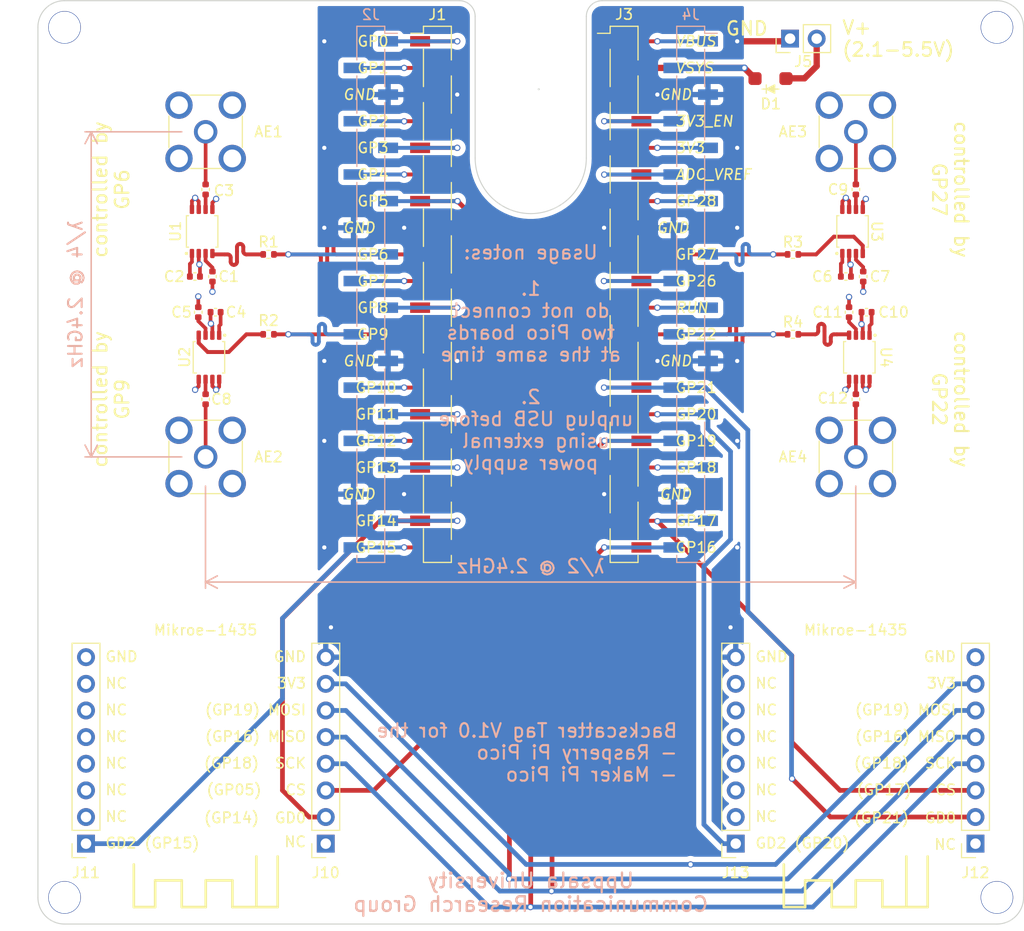
<source format=kicad_pcb>
(kicad_pcb (version 20211014) (generator pcbnew)
  (layers (0 "F.Cu" signal) (1 "In1.Cu" signal) (2 "In2.Cu" signal) (31 "B.Cu" signal) (34 "B.Paste" user) (35 "F.Paste" user) (36 "B.SilkS" user "B.Silkscreen") (37 "F.SilkS" user "F.Silkscreen") (38 "B.Mask" user) (39 "F.Mask" user) (44 "Edge.Cuts" user))
  (net 0 "")
  (net 1 "Net-(AE1-Pad1)")
  (net 2 "GND_IN")
  (net 3 "Net-(AE2-Pad1)")
  (net 4 "Net-(J1-Pad6)")
  (net 5 "CS2")
  (net 6 "Net-(J1-Pad10)")
  (net 7 "Net-(J1-Pad11)")
  (net 8 "GD22")
  (net 9 "GD02")
  (net 10 "GD01")
  (net 11 "GD21")
  (net 12 "Net-(J3-Pad1)")
  (net 13 "VCC")
  (net 14 "Net-(J3-Pad6)")
  (net 15 "Net-(J3-Pad7)")
  (net 16 "Net-(J3-Pad10)")
  (net 17 "Net-(J3-Pad11)")
  (net 18 "MOSI")
  (net 19 "SCK")
  (net 20 "CS1")
  (net 21 "MISO")
  (net 22 "Net-(C1-Pad2)")
  (net 23 "Net-(C2-Pad2)")
  (net 24 "Net-(AE3-Pad1)")
  (net 25 "Net-(AE4-Pad1)")
  (net 26 "Net-(R1-Pad2)")
  (net 27 "Net-(C3-Pad1)")
  (net 28 "Net-(C4-Pad2)")
  (net 29 "Net-(C5-Pad2)")
  (net 30 "Net-(R2-Pad2)")
  (net 31 "Net-(C8-Pad1)")
  (net 32 "Net-(C6-Pad2)")
  (net 33 "Net-(C7-Pad2)")
  (net 34 "Net-(R3-Pad2)")
  (net 35 "Net-(C9-Pad1)")
  (net 36 "Net-(C10-Pad2)")
  (net 37 "Net-(C11-Pad2)")
  (net 38 "Net-(R4-Pad2)")
  (net 39 "Net-(C12-Pad1)")
  (net 40 "Vin")
  (net 41 "CTR1")
  (net 42 "CTR2")
  (net 43 "CTR3")
  (net 44 "CTR4")
  (net 45 "Net-(D1-Pad1)")
  (net 46 "VCC_EN")
  (net 51 "Net-(J1-Pad1)")
  (net 52 "Net-(J1-Pad2)")
  (net 53 "Net-(J1-Pad4)")
  (net 54 "Net-(J1-Pad5)")
  (net 55 "Net-(J1-Pad16)")
  (net 56 "Net-(J1-Pad17)")
  (net 67 "Net-(J1-Pad14)")
  (net 68 "Net-(J1-Pad15)")
  (footprint "Capacitor_SMD:C_0402_1005Metric" (layer "F.Cu") (at 31 -10 90)
    (fp_text reference "C9")
    (fp_text value "330p" hide)
  )
  (footprint "Resistor_SMD:R_0402_1005Metric" (layer "F.Cu") (at 25 -3.81)
    (fp_text reference "R3")
    (fp_text value "1k" hide)
  )
  (footprint "Capacitor_SMD:C_0402_1005Metric" (layer "F.Cu") (at 30.35 1.7 -90)
    (fp_text reference "C11")
    (fp_text value "330p" hide)
  )
  (footprint "Capacitor_SMD:C_0402_1005Metric" (layer "F.Cu") (at 30.05 -1.7 180)
    (fp_text reference "C6")
    (fp_text value "330p" hide)
  )
  (footprint "backscatter:mounting-whole" (layer "F.Cu") (at 44.45 -25.46)
    (fp_text reference "J6" hide)
    (fp_text value "Conn_01x01_Male" hide)
  )
  (footprint "Resistor_SMD:R_0402_1005Metric" (layer "F.Cu") (at -25 -3.81 180)
    (fp_text reference "R1")
    (fp_text value "1k" hide)
  )
  (footprint "Connector_PinHeader_2.54mm:PinHeader_1x02_P2.54mm_Vertical" (layer "F.Cu") (at 24.725 -24.384 90)
    (fp_text reference "J5")
    (fp_text value "Conn_01x02_Male" hide)
  )
  (footprint "Connector_PinSocket_2.54mm:PinSocket_1x08_P2.54mm_Vertical" (layer "F.Cu") (at 19.546 52.376 180)
    (fp_text reference "J13")
    (fp_text value "Conn_01x08_Female" hide)
  )
  (footprint "backscatter:mounting-whole" (layer "F.Cu") (at -44.45 -25.46)
    (fp_text reference "J7" hide)
    (fp_text value "Conn_01x01_Male" hide)
  )
  (footprint "Connector_PinSocket_2.54mm:PinSocket_1x08_P2.54mm_Vertical" (layer "F.Cu") (at 42.406 52.376 180)
    (fp_text reference "J12")
    (fp_text value "Conn_01x08_Female" hide)
  )
  (footprint "Connector_PinSocket_2.54mm:PinSocket_1x20_P2.54mm_Vertical_SMD_Pin1Left" (layer "F.Cu") (at 8.9 0)
    (fp_text reference "J3")
    (fp_text value "Conn_01x20_Female" hide)
  )
  (footprint "Capacitor_SMD:C_0402_1005Metric" (layer "F.Cu") (at 31.7 -1.7 90)
    (fp_text reference "C7")
    (fp_text value "330p" hide)
  )
  (footprint "Capacitor_SMD:C_0402_1005Metric" (layer "F.Cu") (at -30.05 1.7)
    (fp_text reference "C4")
    (fp_text value "330p" hide)
  )
  (footprint "Connector_PinSocket_2.54mm:PinSocket_1x20_P2.54mm_Vertical_SMD_Pin1Left" (layer "F.Cu") (at -8.9 0)
    (fp_text reference "J1")
    (fp_text value "Conn_01x20_Female" hide)
  )
  (footprint "backscatter:mounting-whole" (layer "F.Cu") (at 44.45 25.46)
    (fp_text reference "J8" hide)
    (fp_text value "Conn_01x01_Male" hide)
  )
  (footprint "Connector_PinSocket_2.54mm:PinSocket_1x08_P2.54mm_Vertical" (layer "F.Cu") (at -42.406 52.376 180)
    (fp_text reference "J11")
    (fp_text value "Conn_01x08_Female" hide)
  )
  (footprint "backscatter:SOD-123FL-2" (layer "F.Cu") (at 22.86 -20.574 180)
    (fp_text reference "D1")
    (fp_text value "DIODE" hide)
  )
  (footprint "Capacitor_SMD:C_0402_1005Metric" (layer "F.Cu") (at 32.02 1.7)
    (fp_text reference "C10")
    (fp_text value "330p" hide)
  )
  (footprint "backscatter:SMA-60312002114503" (layer "F.Cu") (at -31 -15.5)
    (fp_text reference "AE1")
    (fp_text value "Antenna_Shield" hide)
  )
  (footprint "backscatter:mounting-whole" (layer "F.Cu") (at -44.45 25.46)
    (fp_text reference "J9" hide)
    (fp_text value "Conn_01x01_Male" hide)
  )
  (footprint "Resistor_SMD:R_0402_1005Metric" (layer "F.Cu") (at 25 3.81)
    (fp_text reference "R4")
    (fp_text value "1k" hide)
  )
  (footprint "Resistor_SMD:R_0402_1005Metric" (layer "F.Cu") (at -25 3.81 180)
    (fp_text reference "R2")
    (fp_text value "1k" hide)
  )
  (footprint "backscatter:MSOP8" (layer "F.Cu") (at 31.33 6 -90)
    (fp_text reference "U4")
    (fp_text value "HMC190BMS8-190BMS8E" hide)
  )
  (footprint "Connector_PinSocket_2.54mm:PinSocket_1x08_P2.54mm_Vertical" (layer "F.Cu") (at -19.546 52.376 180)
    (fp_text reference "J10")
    (fp_text value "Conn_01x08_Female" hide)
  )
  (footprint "Capacitor_SMD:C_0402_1005Metric" (layer "F.Cu") (at -31.7 1.7 -90)
    (fp_text reference "C5")
    (fp_text value "330p" hide)
  )
  (footprint "Capacitor_SMD:C_0402_1005Metric" (layer "F.Cu") (at 31 10 -90)
    (fp_text reference "C12")
    (fp_text value "330p" hide)
  )
  (footprint "backscatter:MSOP8" (layer "F.Cu") (at -31.33 -6 90)
    (fp_text reference "U1")
    (fp_text value "HMC190BMS8-190BMS8E" hide)
  )
  (footprint "backscatter:SMA-60312002114503" (layer "F.Cu") (at 31 15.5)
    (fp_text reference "AE4")
    (fp_text value "Antenna_Shield" hide)
  )
  (footprint "backscatter:MSOP8" (layer "F.Cu") (at -30.6832 6 -90)
    (fp_text reference "U2")
    (fp_text value "HMC190BMS8-190BMS8E" hide)
  )
  (footprint "backscatter:SMA-60312002114503" (layer "F.Cu") (at 31 -15.5)
    (fp_text reference "AE3")
    (fp_text value "Antenna_Shield" hide)
  )
  (footprint "Capacitor_SMD:C_0402_1005Metric" (layer "F.Cu") (at -30.35 -1.7 90)
    (fp_text reference "C1")
    (fp_text value "330p" hide)
  )
  (footprint "Capacitor_SMD:C_0402_1005Metric" (layer "F.Cu") (at -32.02 -1.7 180)
    (fp_text reference "C2")
    (fp_text value "330p" hide)
  )
  (footprint "Capacitor_SMD:C_0402_1005Metric" (layer "F.Cu") (at -31 10 -90)
    (fp_text reference "C8")
    (fp_text value "330p" hide)
  )
  (footprint "backscatter:MSOP8" (layer "F.Cu") (at 30.6832 -6 90)
    (fp_text reference "U3")
    (fp_text value "HMC190BMS8-190BMS8E" hide)
  )
  (footprint "Capacitor_SMD:C_0402_1005Metric" (layer "F.Cu") (at -31 -10 90)
    (fp_text reference "C3")
    (fp_text value "330p" hide)
  )
  (footprint "backscatter:SMA-60312002114503" (layer "F.Cu") (at -31 15.5)
    (fp_text reference "AE2")
    (fp_text value "Antenna_Shield" hide)
  )
  (footprint "Connector_PinSocket_2.54mm:PinSocket_1x20_P2.54mm_Vertical_SMD_Pin1Left" (layer "B.Cu") (at -15.25 0 180)
    (fp_text reference "J2")
    (fp_text value "Conn_01x20_Female" hide)
  )
  (footprint "Connector_PinSocket_2.54mm:PinSocket_1x20_P2.54mm_Vertical_SMD_Pin1Left" (layer "B.Cu") (at 15.25 0 180)
    (fp_text reference "J4")
    (fp_text value "Conn_01x20_Female" hide)
  )
  (gr_line (start -33.274 58.42) (end -33.274 55.88) (layer "F.SilkS") (width 0.25))
  (gr_line (start 26.162 58.42) (end 24.13 58.42) (layer "F.SilkS") (width 0.25))
  (gr_line (start -28.448 55.88) (end -30.988 55.88) (layer "F.SilkS") (width 0.25))
  (gr_line (start 28.702 55.88) (end 26.162 55.88) (layer "F.SilkS") (width 0.25))
  (gr_line (start -24.13 58.42) (end -28.448 58.42) (layer "F.SilkS") (width 0.25))
  (gr_line (start -30.988 58.42) (end -33.274 58.42) (layer "F.SilkS") (width 0.25))
  (gr_line (start -35.814 55.88) (end -35.814 58.42) (layer "F.SilkS") (width 0.25))
  (gr_line (start 37.846 58.42) (end 33.528 58.42) (layer "F.SilkS") (width 0.25))
  (gr_line (start 30.988 55.88) (end 30.988 58.42) (layer "F.SilkS") (width 0.25))
  (gr_line (start -37.846 58.42) (end -37.846 54.356) (layer "F.SilkS") (width 0.25))
  (gr_line (start 37.846 53.594) (end 37.846 58.42) (layer "F.SilkS") (width 0.25))
  (gr_line (start -35.814 58.42) (end -37.846 58.42) (layer "F.SilkS") (width 0.25))
  (gr_line (start 33.528 55.88) (end 30.988 55.88) (layer "F.SilkS") (width 0.25))
  (gr_line (start -24.13 53.594) (end -24.13 58.42) (layer "F.SilkS") (width 0.25))
  (gr_line (start 28.702 58.42) (end 28.702 55.88) (layer "F.SilkS") (width 0.25))
  (gr_line (start 24.13 58.42) (end 24.13 54.356) (layer "F.SilkS") (width 0.25))
  (gr_line (start 30.988 58.42) (end 28.702 58.42) (layer "F.SilkS") (width 0.25))
  (gr_line (start -33.274 55.88) (end -35.814 55.88) (layer "F.SilkS") (width 0.25))
  (gr_line (start -26.162 53.594) (end -26.162 58.42) (layer "F.SilkS") (width 0.25))
  (gr_line (start -28.448 58.42) (end -28.448 55.88) (layer "F.SilkS") (width 0.25))
  (gr_line (start 33.528 58.42) (end 33.528 55.88) (layer "F.SilkS") (width 0.25))
  (gr_line (start 35.814 53.594) (end 35.814 58.42) (layer "F.SilkS") (width 0.25))
  (gr_line (start -30.988 55.88) (end -30.988 58.42) (layer "F.SilkS") (width 0.25))
  (gr_line (start 26.162 55.88) (end 26.162 58.42) (layer "F.SilkS") (width 0.25))
  (gr_circle (center 0.762 -19.558) (end 0.762 -19.558) (layer "Edge.Cuts") (width 0.1) (fill none))
  (gr_arc (start -44.45 60.04) (mid -46.246051 59.296051) (end -46.99 57.5) (layer "Edge.Cuts") (width 0.1))
  (gr_line (start -44.5 -28) (end -6.8 -28) (layer "Edge.Cuts") (width 0.1))
  (gr_arc (start -46.99 -25.46) (mid -46.271051 -27.245696) (end -44.5 -28) (layer "Edge.Cuts") (width 0.1))
  (gr_line (start 46.99 -25.46) (end 46.99 57.5) (layer "Edge.Cuts") (width 0.1))
  (gr_line (start 6.8 -28) (end 44.45 -28) (layer "Edge.Cuts") (width 0.1))
  (gr_arc (start -6.8 -28) (mid -5.739341 -27.560658) (end -5.3 -26.5) (layer "Edge.Cuts") (width 0.1))
  (gr_line (start -46.99 -25.46) (end -46.99 57.5) (layer "Edge.Cuts") (width 0.1))
  (gr_line (start -44.45 60.04) (end 44.45 60.04) (layer "Edge.Cuts") (width 0.1))
  (gr_arc (start 46.99 57.5) (mid 46.246051 59.296051) (end 44.45 60.04) (layer "Edge.Cuts") (width 0.1))
  (gr_arc (start 5.3 -13) (mid 0 -7.7) (end -5.3 -13) (layer "Edge.Cuts") (width 0.1))
  (gr_arc (start 44.45 -28) (mid 46.246051 -27.256051) (end 46.99 -25.46) (layer "Edge.Cuts") (width 0.1))
  (gr_line (start -5.3 -26.5) (end -5.3 -13) (layer "Edge.Cuts") (width 0.1))
  (gr_arc (start 5.3 -26.5) (mid 5.73934 -27.56066) (end 6.8 -28) (layer "Edge.Cuts") (width 0.1))
  (gr_line (start 5.3 -26.5) (end 5.3 -13) (layer "Edge.Cuts") (width 0.1))
  (gr_text "2.\nunplug USB before \nusing external \npower supply" (at 0 12.9286) (layer "B.SilkS") (effects (font (size 1.3 1.3) (thickness 0.2)) (justify mirror)))
  (gr_text "Backscatter Tag V1.0 for the\n- Rasperry Pi Pico\n- Maker Pi Pico" (at 14.097 43.688) (layer "B.SilkS") (effects (font (size 1.3 1.3) (thickness 0.2)) (justify left mirror)))
  (gr_text "1.\ndo not connect\ntwo Pico boards\nat the same time" (at 0 2.6) (layer "B.SilkS") (effects (font (size 1.3 1.3) (thickness 0.2)) (justify mirror)))
  (gr_text "Uppsala University\nCommunication Research Group" (at 0 57.023) (layer "B.SilkS") (effects (font (size 1.4 1.4) (thickness 0.22)) (justify mirror)))
  (gr_text "Usage notes:" (at 0 -4) (layer "B.SilkS") (effects (font (size 1.3 1.3) (thickness 0.2)) (justify mirror)))
  (gr_text "controlled by\nGP22" (at 40 10 270) (layer "F.SilkS") (effects (font (size 1.3 1.3) (thickness 0.2))))
  (gr_text "GND" (at 12.192 6.35) (layer "F.SilkS") (effects (font (size 1 1) (thickness 0.15) italic) (justify left)))
  (gr_text "GP0 " (at -12.7 -24.13) (layer "F.SilkS") (effects (font (size 1 1)) (justify right)))
  (gr_text "(GP21)  GD0" (at 40.64 49.911) (layer "F.SilkS") (effects (font (size 1 1)) (justify right)))
  (gr_text "(GP19) MOSI" (at -21.336 39.624) (layer "F.SilkS") (effects (font (size 1 1)) (justify right)))
  (gr_text "GP11" (at -12.7 11.43) (layer "F.SilkS") (effects (font (size 1 1)) (justify right)))
  (gr_text "(GP16) MISO" (at -21.336 42.164) (layer "F.SilkS") (effects (font (size 1 1)) (justify right)))
  (gr_text "V+\n(2.1-5.5V)" (at 29.591 -24.384) (layer "F.SilkS") (effects (font (size 1.3 1.3) (thickness 0.2)) (justify left)))
  (gr_text "NC" (at 40.64 52.451) (layer "F.SilkS") (effects (font (size 1 1)) (justify right)))
  (gr_text "GND " (at -13.97 -19.05) (layer "F.SilkS") (effects (font (size 1 1) (thickness 0.15) italic) (justify right)))
  (gr_text "GND" (at -40.64 34.544) (layer "F.SilkS") (effects (font (size 1 1)) (justify left)))
  (gr_text "GD2 (GP20)" (at 21.336 52.324) (layer "F.SilkS") (effects (font (size 1 1)) (justify left)))
  (gr_text "GD2 (GP15)" (at -40.64 52.324) (layer "F.SilkS") (effects (font (size 1 1)) (justify left)))
  (gr_text "GP13" (at -12.7 16.51) (layer "F.SilkS") (effects (font (size 1 1)) (justify right)))
  (gr_text "NC" (at 21.336 39.624) (layer "F.SilkS") (effects (font (size 1 1)) (justify left)))
  (gr_text "GP6 " (at -12.7 -3.81) (layer "F.SilkS") (effects (font (size 1 1)) (justify right)))
  (gr_text "NC" (at 21.336 42.164) (layer "F.SilkS") (effects (font (size 1 1)) (justify left)))
  (gr_text "NC" (at -40.64 49.784) (layer "F.SilkS") (effects (font (size 1 1)) (justify left)))
  (gr_text "  GP21" (at 12.192 8.89) (layer "F.SilkS") (effects (font (size 1 1)) (justify left)))
  (gr_text "GND " (at -13.97 19.05) (layer "F.SilkS") (effects (font (size 1 1) (thickness 0.15) italic) (justify right)))
  (gr_text "  GP28" (at 12.192 -8.89) (layer "F.SilkS") (effects (font (size 1 1)) (justify left)))
  (gr_text "NC" (at -40.64 37.084) (layer "F.SilkS") (effects (font (size 1 1)) (justify left)))
  (gr_text "GP1 " (at -12.7 -21.59) (layer "F.SilkS") (effects (font (size 1 1)) (justify right)))
  (gr_text "GND" (at 11.938 -6.35) (layer "F.SilkS") (effects (font (size 1 1) (thickness 0.15) italic) (justify left)))
  (gr_text "GP5 " (at -12.7 -8.89) (layer "F.SilkS") (effects (font (size 1 1)) (justify right)))
  (gr_text "GP15" (at -12.7 24.13) (layer "F.SilkS") (effects (font (size 1 1)) (justify right)))
  (gr_text "3V3" (at -21.336 37.084) (layer "F.SilkS") (effects (font (size 1 1)) (justify right)))
  (gr_text "  GP20" (at 12.192 11.43) (layer "F.SilkS") (effects (font (size 1 1)) (justify left)))
  (gr_text "GND" (at 40.64 34.544) (layer "F.SilkS") (effects (font (size 1 1)) (justify right)))
  (gr_text "GP9 " (at -12.7 3.81) (layer "F.SilkS") (effects (font (size 1 1)) (justify right)))
  (gr_text "GP14" (at -12.7 21.59) (layer "F.SilkS") (effects (font (size 1 1)) (justify right)))
  (gr_text "  RUN" (at 12.192 1.27) (layer "F.SilkS") (effects (font (size 1 1) (thickness 0.15) italic) (justify left)))
  (gr_text "NC" (at 21.336 44.704) (layer "F.SilkS") (effects (font (size 1 1)) (justify left)))
  (gr_text "NC" (at -40.64 42.164) (layer "F.SilkS") (effects (font (size 1 1)) (justify left)))
  (gr_text "3V3" (at 40.64 37.084) (layer "F.SilkS") (effects (font (size 1 1)) (justify right)))
  (gr_text "  3V3_EN" (at 12.192 -16.51) (layer "F.SilkS") (effects (font (size 1 1) (thickness 0.15) italic) (justify left)))
  (gr_text "controlled by\nGP9" (at -40 10 90) (layer "F.SilkS") (effects (font (size 1.3 1.3) (thickness 0.2))))
  (gr_text "GND " (at -13.97 -6.35) (layer "F.SilkS") (effects (font (size 1 1) (thickness 0.15) italic) (justify right)))
  (gr_text "  GP26" (at 12.192 -1.27) (layer "F.SilkS") (effects (font (size 1 1)) (justify left)))
  (gr_text "Mikroe-1435" (at 30.988 32.004) (layer "F.SilkS") (effects (font (size 1 1))))
  (gr_text "NC" (at -40.64 39.624) (layer "F.SilkS") (effects (font (size 1 1)) (justify left)))
  (gr_text "NC" (at 21.336 37.084) (layer "F.SilkS") (effects (font (size 1 1)) (justify left)))
  (gr_text "  ADC_VREF" (at 12.192 -11.43) (layer "F.SilkS") (effects (font (size 1 1) (thickness 0.15) italic) (justify left)))
  (gr_text "GND" (at 21.336 34.544) (layer "F.SilkS") (effects (font (size 1 1)) (justify left)))
  (gr_text "GP10" (at -12.7 8.89) (layer "F.SilkS") (effects (font (size 1 1)) (justify right)))
  (gr_text "NC" (at 21.336 47.244) (layer "F.SilkS") (effects (font (size 1 1)) (justify left)))
  (gr_text "controlled by\nGP27" (at 40 -10 270) (layer "F.SilkS") (effects (font (size 1.3 1.3) (thickness 0.2))))
  (gr_text "GND" (at -21.336 34.544) (layer "F.SilkS") (effects (font (size 1 1)) (justify right)))
  (gr_text "controlled by\nGP6" (at -40 -10 90) (layer "F.SilkS") (effects (font (size 1.3 1.3) (thickness 0.2))))
  (gr_text "  GP19" (at 12.192 13.97) (layer "F.SilkS") (effects (font (size 1 1)) (justify left)))
  (gr_text "(GP14)  GD0" (at -21.336 49.911) (layer "F.SilkS") (effects (font (size 1 1)) (justify right)))
  (gr_text "GP7 " (at -12.7 -1.27) (layer "F.SilkS") (effects (font (size 1 1)) (justify right)))
  (gr_text "GP8 " (at -12.7 1.27) (layer "F.SilkS") (effects (font (size 1 1)) (justify right)))
  (gr_text "NC" (at -40.64 47.244) (layer "F.SilkS") (effects (font (size 1 1)) (justify left)))
  (gr_text "GP3 " (at -12.7 -13.97) (layer "F.SilkS") (effects (font (size 1 1)) (justify right)))
  (gr_text "  GP22" (at 12.192 3.81) (layer "F.SilkS") (effects (font (size 1 1)) (justify left)))
  (gr_text "GND" (at 20.5994 -25.3492) (layer "F.SilkS") (effects (font (size 1.3 1.3) (thickness 0.2))))
  (gr_text "(GP18)  SCK" (at 40.64 44.704) (layer "F.SilkS") (effects (font (size 1 1)) (justify right)))
  (gr_text "(GP16) MISO" (at 40.64 42.164) (layer "F.SilkS") (effects (font (size 1 1)) (justify right)))
  (gr_text "GP12" (at -12.7 13.97) (layer "F.SilkS") (effects (font (size 1 1)) (justify right)))
  (gr_text "NC" (at -21.336 52.197) (layer "F.SilkS") (effects (font (size 1 1)) (justify right)))
  (gr_text "  GP18" (at 12.192 16.51) (layer "F.SilkS") (effects (font (size 1 1)) (justify left)))
  (gr_text "  VBUS" (at 12.192 -24.13) (layer "F.SilkS") (effects (font (size 1 1) (thickness 0.15) italic) (justify left)))
  (gr_text "(GP18)  SCK" (at -21.336 44.704) (layer "F.SilkS") (effects (font (size 1 1)) (justify right)))
  (gr_text "(GP17)   CS" (at 40.64 47.244) (layer "F.SilkS") (effects (font (size 1 1)) (justify right)))
  (gr_text "GND" (at 12.192 19.05) (layer "F.SilkS") (effects (font (size 1 1) (thickness 0.15) italic) (justify left)))
  (gr_text "  3V3" (at 12.192 -13.97) (layer "F.SilkS") (effects (font (size 1 1) (thickness 0.15) italic) (justify left)))
  (gr_text "  GP16" (at 12.192 24.13) (layer "F.SilkS") (effects (font (size 1 1)) (justify left)))
  (gr_text "NC" (at -40.64 44.704) (layer "F.SilkS") (effects (font (size 1 1)) (justify left)))
  (gr_text "(GP19) MOSI" (at 40.64 39.624) (layer "F.SilkS") (effects (font (size 1 1)) (justify right)))
  (gr_text "GND " (at -13.97 6.35) (layer "F.SilkS") (effects (font (size 1 1) (thickness 0.15) italic) (justify right)))
  (gr_text "  VSYS" (at 12.192 -21.59) (layer "F.SilkS") (effects (font (size 1 1) (thickness 0.15) italic) (justify left)))
  (gr_text "GP2 " (at -12.7 -16.51) (layer "F.SilkS") (effects (font (size 1 1)) (justify right)))
  (gr_text "(GP05)   CS" (at -21.336 47.244) (layer "F.SilkS") (effects (font (size 1 1)) (justify right)))
  (gr_text "  GP17" (at 12.192 21.59) (layer "F.SilkS") (effects (font (size 1 1)) (justify left)))
  (gr_text "GP4 " (at -12.7 -11.43) (layer "F.SilkS") (effects (font (size 1 1)) (justify right)))
  (gr_text "GND" (at 12.192 -19.05) (layer "F.SilkS") (effects (font (size 1 1) (thickness 0.15) italic) (justify left)))
  (gr_text "NC" (at 21.336 49.784) (layer "F.SilkS") (effects (font (size 1 1)) (justify left)))
  (gr_text "Mikroe-1435" (at -31 32.004) (layer "F.SilkS") (effects (font (size 1 1))))
  (gr_text "  GP27" (at 12.192 -3.81) (layer "F.SilkS") (effects (font (size 1 1)) (justify left)))
  (dimension (type aligned) (layer "B.SilkS") (pts (xy -32.778 15.5) (xy -32.778 -15.5)) (height -9.132) (gr_text "λ/4 @ 2.4GHz" (at -43.41 0 90) (layer "B.SilkS") (effects (font (size 1.3 1.3) (thickness 0.2)) (justify mirror))) (format (units 3) (units_format 0) (precision 4) (override_value "λ/4 @ 2.4GHz")) (style (thickness 0.15) (arrow_length 1.27) (text_position_mode 0) (extension_height 0.58642) (extension_offset 0.5) keep_text_aligned))
  (dimension (type aligned) (layer "B.SilkS") (pts (xy -31.012 17.786) (xy 30.988 17.786)) (height 9.646) (gr_text "λ/2 @ 2.4GHz" (at -0.012 25.932) (layer "B.SilkS") (effects (font (size 1.3 1.3) (thickness 0.2)) (justify mirror))) (format (units 3) (units_format 0) (precision 4) (override_value "λ/2 @ 2.4GHz")) (style (thickness 0.15) (arrow_length 1.27) (text_position_mode 0) (extension_height 0.58642) (extension_offset 0.5) keep_text_aligned))
  (segment (start -31 -15.5) (end -31 -10.48) (width 0.35) (layer "F.Cu") (net 1))
  (segment (start -31.6582 8.7582) (end -32 9.1) (width 0.35) (layer "F.Cu") (net 2))
  (segment (start 30.35 1.22) (end 30.35 0.25) (width 0.35) (layer "F.Cu") (net 2))
  (segment (start 31.6582 -8.1055) (end 31.6582 -8.8082) (width 0.35) (layer "F.Cu") (net 2))
  (segment (start 30.3582 -3.0418) (end 30.53 -2.87) (width 0.35) (layer "F.Cu") (net 2))
  (segment (start 30.3582 -3.8945) (end 30.3582 -3.0418) (width 0.35) (layer "F.Cu") (net 2))
  (segment (start 31.54 2.84) (end 31.54 1.7) (width 0.35) (layer "F.Cu") (net 2))
  (segment (start -30.355 -8.1055) (end -30.355 -8.745) (width 0.35) (layer "F.Cu") (net 2))
  (segment (start -31.54 -2.89) (end -31.562202 -2.89) (width 0.374) (layer "F.Cu") (net 2))
  (segment (start -29.7082 8.8082) (end -30 9.1) (width 0.35) (layer "F.Cu") (net 2))
  (segment (start -31.655 -3.005) (end -31.54 -2.89) (width 0.368) (layer "F.Cu") (net 2))
  (segment (start -30.3582 8.1055) (end -30.3582 8.7418) (width 0.35) (layer "F.Cu") (net 2))
  (segment (start -29.7082 8.1055) (end -29.7082 8.8082) (width 0.35) (layer "F.Cu") (net 2))
  (segment (start -31.562202 -2.89) (end -31.593991 -2.858211) (width 0.374) (layer "F.Cu") (net 2))
  (segment (start 12.08 6.35) (end 7.25 6.35) (width 0.374) (layer "F.Cu") (net 2))
  (segment (start -31.6582 8.1055) (end -31.6582 8.7582) (width 0.35) (layer "F.Cu") (net 2))
  (segment (start 31.655 8.1055) (end 31.655 8.805) (width 0.35) (layer "F.Cu") (net 2))
  (segment (start -30.355 -8.745) (end -30 -9.1) (width 0.35) (layer "F.Cu") (net 2))
  (segment (start -31.655 -3.8945) (end -31.655 -3.005) (width 0.35) (layer "F.Cu") (net 2))
  (segment (start 31.655 2.955) (end 31.54 2.84) (width 0.35) (layer "F.Cu") (net 2))
  (segment (start 30.355 8.745) (end 30 9.1) (width 0.35) (layer "F.Cu") (net 2))
  (segment (start -32.305 -8.1055) (end -32.305 -8.895) (width 0.35) (layer "F.Cu") (net 2))
  (segment (start -30.3582 2.9918) (end -30.53 2.82) (width 0.35) (layer "F.Cu") (net 2))
  (segment (start -12.07 -6.35) (end -7.25 -6.35) (width 0.374) (layer "F.Cu") (net 2))
  (segment (start 29.7082 -8.1055) (end 29.7082 -8.8582) (width 0.35) (layer "F.Cu") (net 2))
  (segment (start -30.35 -1.22) (end -30.35 -0.25) (width 0.35) (layer "F.Cu") (net 2))
  (segment (start -12.08 19.05) (end -7.25 19.05) (width 0.374) (layer "F.Cu") (net 2))
  (segment (start 10.55 19.05) (end 7 19.05) (width 0.374) (layer "F.Cu") (net 2))
  (segment (start -30.3582 8.7418) (end -30 9.1) (width 0.35) (layer "F.Cu") (net 2))
  (segment (start 31.7 -1.22) (end 31.7 -0.25) (width 0.35) (layer "F.Cu") (net 2))
  (segment (start 31.655 8.805) (end 31.95 9.1) (width 0.35) (layer "F.Cu") (net 2))
  (segment (start 31.6582 -8.8082) (end 31.95 -9.1) (width 0.35) (layer "F.Cu") (net 2))
  (segment (start 30.3582 -8.1055) (end 30.3582 -8.8918) (width 0.35) (layer "F.Cu") (net 2))
  (segment (start -31.7 1.22) (end -31.7 0.2) (width 0.35) (layer "F.Cu") (net 2))
  (segment (start -10.55 6.35) (end -7.0104 6.35) (width 0.374) (layer "F.Cu") (net 2))
  (segment (start 32.305 8.745) (end 31.95 9.1) (width 0.35) (layer "F.Cu") (net 2))
  (segment (start 24.725 -24.384) (end 24.471 -24.13) (width 0.6) (layer "F.Cu") (net 2))
  (segment (start -31.655 -8.1055) (end -31.655 -8.855) (width 0.35) (layer "F.Cu") (net 2))
  (segment (start 30.525679 -2.87) (end 30.493361 -2.837682) (width 0.374) (layer "F.Cu") (net 2))
  (segment (start 30.53 -2.87) (end 30.525679 -2.87) (width 0.374) (layer "F.Cu") (net 2))
  (segment (start -31.54 -1.7) (end -31.54 -2.89) (width 0.35) (layer "F.Cu") (net 2))
  (segment (start -30.525679 2.82) (end -30.493361 2.787682) (width 0.374) (layer "F.Cu") (net 2))
  (segment (start -32.305 -8.895) (end -32 -9.2) (width 0.35) (layer "F.Cu") (net 2))
  (segment (start -30.53 2.82) (end -30.525679 2.82) (width 0.374) (layer "F.Cu") (net 2))
  (segment (start 7.25 -19.05) (end 12.07 -19.05) (width 0.374) (layer "F.Cu") (net 2))
  (segment (start 10.55 -6.35) (end 6.99 -6.35) (width 0.374) (layer "F.Cu") (net 2))
  (segment (start -31.655 -8.855) (end -32 -9.2) (width 0.35) (layer "F.Cu") (net 2))
  (segment (start -30.53 1.7) (end -30.53 2.82) (width 0.35) (layer "F.Cu") (net 2))
  (segment (start 31.655 3.8945) (end 31.655 2.955) (width 0.35) (layer "F.Cu") (net 2))
  (segment (start 30.355 8.1055) (end 30.355 8.745) (width 0.35) (layer "F.Cu") (net 2))
  (segment (start 29.7082 -8.8582) (end 30.05 -9.2) (width 0.35) (layer "F.Cu") (net 2))
  (segment (start -30.3582 3.8945) (end -30.3582 2.9918) (width 0.35) (layer "F.Cu") (net 2))
  (segment (start 24.471 -24.13) (end 19.685 -24.13) (width 0.6) (layer "F.Cu") (net 2))
  (segment (start 30.3582 -8.8918) (end 30.05 -9.2) (width 0.35) (layer "F.Cu") (net 2))
  (segment (start 32.305 8.1055) (end 32.305 8.745) (width 0.35) (layer "F.Cu") (net 2))
  (segment (start 30.53 -2.87) (end 30.53 -1.7) (width 0.35) (layer "F.Cu") (net 2))
  (segment (start -10.55 -19.05) (end -7.0104 -19.05) (width 0.374) (layer "F.Cu") (net 2))
  (via (at 19.685 -13.97) (size 0.6) (drill 0.4) (layers "F.Cu" "B.Cu") (net 2))
  (via (at 19.685 -24.13) (size 0.6) (drill 0.4) (layers "F.Cu" "B.Cu") (net 2))
  (via (at 7 19.05) (size 0.6) (drill 0.4) (layers "F.Cu" "B.Cu") (net 2))
  (via (at 19.685 13.97) (size 0.6) (drill 0.4) (layers "F.Cu" "B.Cu") (net 2))
  (via (at -19.685 6.35) (size 0.6) (drill 0.4) (layers "F.Cu" "B.Cu") (net 2))
  (via (at 19.685 -6.35) (size 0.6) (drill 0.4) (layers "F.Cu" "B.Cu") (net 2))
  (via (at 30.493361 -2.837682) (size 0.6) (drill 0.4) (layers "F.Cu" "B.Cu") (net 2))
  (via (at -12.07 -6.35) (size 0.6) (drill 0.4) (layers "F.Cu" "B.Cu") (net 2))
  (via (at 30 9.1) (size 0.6) (drill 0.4) (layers "F.Cu" "B.Cu") (net 2))
  (via (at -30.35 -0.25) (size 0.6) (drill 0.4) (layers "F.Cu" "B.Cu") (net 2))
  (via (at -30 9.1) (size 0.6) (drill 0.4) (layers "F.Cu" "B.Cu") (net 2))
  (via (at -19.685 13.97) (size 0.6) (drill 0.4) (layers "F.Cu" "B.Cu") (net 2))
  (via (at 19.685 24.13) (size 0.6) (drill 0.4) (layers "F.Cu" "B.Cu") (net 2))
  (via (at 6.99 -6.35) (size 0.6) (drill 0.4) (layers "F.Cu" "B.Cu") (net 2))
  (via (at 30.05 -9.2) (size 0.6) (drill 0.4) (layers "F.Cu" "B.Cu") (net 2))
  (via (at -7.0104 6.35) (size 0.6) (drill 0.4) (layers "F.Cu" "B.Cu") (net 2))
  (via (at 19.05 31.75) (size 0.6) (drill 0.4) (layers "F.Cu" "B.Cu") (net 2))
  (via (at -19.685 -13.97) (size 0.6) (drill 0.4) (layers "F.Cu" "B.Cu") (net 2))
  (via (at -19.685 -24.13) (size 0.6) (drill 0.4) (layers "F.Cu" "B.Cu") (net 2))
  (via (at -19.685 24.13) (size 0.6) (drill 0.4) (layers "F.Cu" "B.Cu") (net 2))
  (via (at -19.05 31.75) (size 0.6) (drill 0.4) (layers "F.Cu" "B.Cu") (net 2))
  (via (at 31.95 -9.1) (size 0.6) (drill 0.4) (layers "F.Cu" "B.Cu") (net 2))
  (via (at 31.95 9.1) (size 0.6) (drill 0.4) (layers "F.Cu" "B.Cu") (net 2))
  (via (at -31.7 0.2) (size 0.6) (drill 0.4) (layers "F.Cu" "B.Cu") (net 2))
  (via (at 19.685 6.35) (size 0.6) (drill 0.4) (layers "F.Cu" "B.Cu") (net 2))
  (via (at -30 -9.1) (size 0.6) (drill 0.4) (layers "F.Cu" "B.Cu") (net 2))
  (via (at 31.7 -0.25) (size 0.6) (drill 0.4) (layers "F.Cu" "B.Cu") (net 2))
  (via (at -30.493361 2.787682) (size 0.6) (drill 0.4) (layers "F.Cu" "B.Cu") (net 2))
  (via (at -19.685 -6.35) (size 0.6) (drill 0.4) (layers "F.Cu" "B.Cu") (net 2))
  (via (at -32 9.1) (size 0.6) (drill 0.4) (layers "F.Cu" "B.Cu") (net 2))
  (via (at 12.07 -19.05) (size 0.6) (drill 0.4) (layers "F.Cu" "B.Cu") (net 2))
  (via (at 12.08 6.35) (size 0.6) (drill 0.4) (layers "F.Cu" "B.Cu") (net 2))
  (via (at -31.593991 -2.858211) (size 0.6) (drill 0.4) (layers "F.Cu" "B.Cu") (net 2))
  (via (at 31.54 2.84) (size 0.6) (drill 0.4) (layers "F.Cu" "B.Cu") (net 2))
  (via (at -7.0104 -19.05) (size 0.6) (drill 0.4) (layers "F.Cu" "B.Cu") (net 2))
  (via (at -32 -9.2) (size 0.6) (drill 0.4) (layers "F.Cu" "B.Cu") (net 2))
  (via (at 30.35 0.25) (size 0.6) (drill 0.4) (layers "F.Cu" "B.Cu") (net 2))
  (via (at -12.08 19.05) (size 0.6) (drill 0.4) (layers "F.Cu" "B.Cu") (net 2))
  (segment (start -16.9 19.05) (end -12.08 19.05) (width 0.374) (layer "B.Cu") (net 2))
  (segment (start 16.9 6.35) (end 12.08 6.35) (width 0.374) (layer "B.Cu") (net 2))
  (segment (start 12.07 -19.05) (end 16.9 -19.05) (width 0.374) (layer "B.Cu") (net 2))
  (segment (start -16.9 -6.35) (end -12.07 -6.35) (width 0.374) (layer "B.Cu") (net 2))
  (segment (start -31 15.5) (end -31 10.48) (width 0.35) (layer "F.Cu") (net 3))
  (segment (start -7.25 -11.43) (end -12.07 -11.43) (width 0.374) (layer "F.Cu") (net 4))
  (via (at -12.07 -11.43) (size 0.6) (drill 0.4) (layers "F.Cu" "B.Cu") (net 4))
  (segment (start -16.9 -11.43) (end -12.07 -11.43) (width 0.374) (layer "B.Cu") (net 4))
  (segment (start 12.08 21.6304) (end 12.08 21.63) (width 0.45) (layer "F.Cu") (net 5))
  (segment (start 7.25 21.59) (end 12.04 21.59) (width 0.374) (layer "F.Cu") (net 5))
  (segment (start 42.406 47.296) (end 29.4906 47.296) (width 0.45) (layer "F.Cu") (net 5))
  (segment (start 24.892 42.6974) (end 24.892 34.4424) (width 0.45) (layer "F.Cu") (net 5))
  (segment (start 12.04 21.59) (end 12.08 21.63) (width 0.374) (layer "F.Cu") (net 5))
  (segment (start 24.892 34.4424) (end 12.08 21.6304) (width 0.45) (layer "F.Cu") (net 5))
  (segment (start 29.4906 47.296) (end 24.892 42.6974) (width 0.45) (layer "F.Cu") (net 5))
  (via (at 12.08 21.63) (size 0.6) (drill 0.4) (layers "F.Cu" "B.Cu") (net 5))
  (segment (start 12.12 21.59) (end 16.9 21.59) (width 0.374) (layer "B.Cu") (net 5))
  (segment (start 12.08 21.63) (end 12.12 21.59) (width 0.374) (layer "B.Cu") (net 5))
  (segment (start -7.25 -1.27) (end -12.07 -1.27) (width 0.374) (layer "F.Cu") (net 6))
  (via (at -12.07 -1.27) (size 0.6) (drill 0.4) (layers "F.Cu" "B.Cu") (net 6))
  (segment (start -12.07 -1.27) (end -16.9 -1.27) (width 0.374) (layer "B.Cu") (net 6))
  (segment (start -7.0104 1.27) (end -10.55 1.27) (width 0.374) (layer "F.Cu") (net 7))
  (via (at -7.0104 1.27) (size 0.6) (drill 0.4) (layers "F.Cu" "B.Cu") (net 7))
  (segment (start -13.6 1.27) (end -7.0104 1.27) (width 0.374) (layer "B.Cu") (net 7))
  (segment (start 12.08 11.43) (end 7.25 11.43) (width 0.374) (layer "F.Cu") (net 8))
  (via (at 12.08 11.43) (size 0.6) (drill 0.4) (layers "F.Cu" "B.Cu") (net 8))
  (segment (start 16.9 11.43) (end 16.9 12.836) (width 0.45) (layer "B.Cu") (net 8))
  (segment (start 16.9 12.836) (end 19.05 14.986) (width 0.45) (layer "B.Cu") (net 8))
  (segment (start 19.05 14.986) (end 19.05 23.368) (width 0.45) (layer "B.Cu") (net 8))
  (segment (start 16.51 50.546) (end 18.34 52.376) (width 0.45) (layer "B.Cu") (net 8))
  (segment (start 18.34 52.376) (end 19.546 52.376) (width 0.45) (layer "B.Cu") (net 8))
  (segment (start 16.9 11.43) (end 12.08 11.43) (width 0.374) (layer "B.Cu") (net 8))
  (segment (start 19.05 23.368) (end 16.51 25.908) (width 0.45) (layer "B.Cu") (net 8))
  (segment (start 16.51 25.908) (end 16.51 50.546) (width 0.45) (layer "B.Cu") (net 8))
  (segment (start 28.5762 49.836) (end 24.9174 46.1772) (width 0.45) (layer "F.Cu") (net 9))
  (segment (start 10.55 8.89) (end 6.99 8.89) (width 0.374) (layer "F.Cu") (net 9))
  (segment (start 42.406 49.836) (end 28.5762 49.836) (width 0.45) (layer "F.Cu") (net 9))
  (via (at 6.99 8.89) (size 0.6) (drill 0.4) (layers "F.Cu" "B.Cu") (net 9))
  (via (at 24.9174 46.1772) (size 0.6) (drill 0.4) (layers "F.Cu" "B.Cu") (net 9))
  (segment (start 16.66 8.89) (end 13.6 8.89) (width 0.45) (layer "B.Cu") (net 9))
  (segment (start 6.99 8.89) (end 13.6 8.89) (width 0.374) (layer "B.Cu") (net 9))
  (segment (start 24.9174 46.1772) (end 24.8666 46.1264) (width 0.45) (layer "B.Cu") (net 9))
  (segment (start 24.8666 46.1264) (end 24.8666 34.417) (width 0.45) (layer "B.Cu") (net 9))
  (segment (start 24.8666 34.417) (end 20.701 30.2514) (width 0.45) (layer "B.Cu") (net 9))
  (segment (start 20.701 12.931) (end 16.66 8.89) (width 0.45) (layer "B.Cu") (net 9))
  (segment (start 20.701 30.2514) (end 20.701 12.931) (width 0.45) (layer "B.Cu") (net 9))
  (segment (start -7.0104 21.59) (end -10.55 21.59) (width 0.374) (layer "F.Cu") (net 10))
  (segment (start -23.6728 30.9118) (end -23.6728 47.2948) (width 0.45) (layer "F.Cu") (net 10))
  (segment (start -14.351 21.59) (end -23.6728 30.9118) (width 0.45) (layer "F.Cu") (net 10))
  (segment (start -21.1316 49.836) (end -19.546 49.836) (width 0.45) (layer "F.Cu") (net 10))
  (segment (start -23.6728 47.2948) (end -21.1316 49.836) (width 0.45) (layer "F.Cu") (net 10))
  (segment (start -10.55 21.59) (end -14.351 21.59) (width 0.45) (layer "F.Cu") (net 10))
  (via (at -7.0104 21.59) (size 0.6) (drill 0.4) (layers "F.Cu" "B.Cu") (net 10))
  (segment (start -13.6 21.59) (end -7.0104 21.59) (width 0.374) (layer "B.Cu") (net 10))
  (segment (start -7.25 24.13) (end -12.07 24.13) (width 0.374) (layer "F.Cu") (net 11))
  (via (at -12.07 24.13) (size 0.6) (drill 0.4) (layers "F.Cu" "B.Cu") (net 11))
  (segment (start -37.4916 52.376) (end -23.6728 38.5572) (width 0.45) (layer "B.Cu") (net 11))
  (segment (start -12.07 24.13) (end -16.9 24.13) (width 0.374) (layer "B.Cu") (net 11))
  (segment (start -23.6728 38.5572) (end -23.6728 30.8864) (width 0.45) (layer "B.Cu") (net 11))
  (segment (start -23.6728 30.8864) (end -16.9164 24.13) (width 0.45) (layer "B.Cu") (net 11))
  (segment (start -42.406 52.376) (end -37.4916 52.376) (width 0.45) (layer "B.Cu") (net 11))
  (segment (start -16.9164 24.13) (end -16.9 24.13) (width 0.45) (layer "B.Cu") (net 11))
  (segment (start 7.25 -24.13) (end 12.07 -24.13) (width 0.374) (layer "F.Cu") (net 12))
  (via (at 12.07 -24.13) (size 0.6) (drill 0.4) (layers "F.Cu" "B.Cu") (net 12))
  (segment (start 12.07 -24.13) (end 16.9 -24.13) (width 0.374) (layer "B.Cu") (net 12))
  (segment (start 7.25 -13.97) (end 12.07 -13.97) (width 0.374) (layer "F.Cu") (net 13))
  (via (at 15.24 54.356) (size 0.6) (drill 0.4) (layers "F.Cu" "B.Cu") (net 13))
  (via (at 12.07 -13.97) (size 0.6) (drill 0.4) (layers "F.Cu" "B.Cu") (net 13))
  (segment (start 23.3426 54.356) (end 40.5626 37.136) (width 0.45) (layer "B.Cu") (net 13))
  (segment (start -17.6518 37.136) (end -0.4318 54.356) (width 0.45) (layer "B.Cu") (net 13))
  (segment (start -19.546 37.136) (end -17.6518 37.136) (width 0.45) (layer "B.Cu") (net 13))
  (segment (start 15.24 54.356) (end 23.3426 54.356) (width 0.45) (layer "B.Cu") (net 13))
  (segment (start -0.4318 54.356) (end 15.24 54.356) (width 0.45) (layer "B.Cu") (net 13))
  (segment (start 16.9 -13.97) (end 12.07 -13.97) (width 0.374) (layer "B.Cu") (net 13))
  (segment (start 40.5626 37.136) (end 42.406 37.136) (width 0.45) (layer "B.Cu") (net 13))
  (segment (start 10.54 -11.42) (end 10.55 -11.43) (width 0.374) (layer "F.Cu") (net 14))
  (segment (start 7.01 -11.42) (end 10.54 -11.42) (width 0.374) (layer "F.Cu") (net 14))
  (via (at 7.01 -11.42) (size 0.6) (drill 0.4) (layers "F.Cu" "B.Cu") (net 14))
  (segment (start 13.6 -11.43) (end 7.02 -11.43) (width 0.374) (layer "B.Cu") (net 14))
  (segment (start 7.02 -11.43) (end 7.01 -11.42) (width 0.374) (layer "B.Cu") (net 14))
  (segment (start 7.25 -8.89) (end 12.08 -8.89) (width 0.374) (layer "F.Cu") (net 15))
  (via (at 12.08 -8.89) (size 0.6) (drill 0.4) (layers "F.Cu" "B.Cu") (net 15))
  (segment (start 12.08 -8.89) (end 16.9 -8.89) (width 0.374) (layer "B.Cu") (net 15))
  (segment (start 10.55 -1.27) (end 6.98 -1.27) (width 0.374) (layer "F.Cu") (net 16))
  (via (at 6.98 -1.27) (size 0.6) (drill 0.4) (layers "F.Cu" "B.Cu") (net 16))
  (segment (start 6.98 -1.27) (end 13.6 -1.27) (width 0.374) (layer "B.Cu") (net 16))
  (segment (start 7.25 1.27) (end 12.07 1.27) (width 0.374) (layer "F.Cu") (net 17))
  (via (at 12.07 1.27) (size 0.6) (drill 0.4) (layers "F.Cu" "B.Cu") (net 17))
  (segment (start 12.07 1.27) (end 16.9 1.27) (width 0.374) (layer "B.Cu") (net 17))
  (segment (start 7.02 13.97) (end 10.55 13.97) (width 0.374) (layer "F.Cu") (net 18))
  (segment (start 7.02 13.97) (end -2.032 23.022) (width 0.45) (layer "F.Cu") (net 18))
  (segment (start -2.032 55.7022) (end -2.0678 55.738) (width 0.45) (layer "F.Cu") (net 18))
  (segment (start -2.032 23.022) (end -2.032 55.7022) (width 0.45) (layer "F.Cu") (net 18))
  (via (at -2.0678 55.738) (size 0.6) (drill 0.4) (layers "F.Cu" "B.Cu") (net 18))
  (via (at 7.02 13.97) (size 0.6) (drill 0.4) (layers "F.Cu" "B.Cu") (net 18))
  (segment (start -2.0678 55.2346) (end -2.0678 55.738) (width 0.45) (layer "B.Cu") (net 18))
  (segment (start -2.0678 55.738) (end 24.5006 55.738) (width 0.45) (layer "B.Cu") (net 18))
  (segment (start -19.546 39.676) (end -17.6264 39.676) (width 0.45) (layer "B.Cu") (net 18))
  (segment (start 13.6 13.97) (end 7.02 13.97) (width 0.374) (layer "B.Cu") (net 18))
  (segment (start 40.5626 39.676) (end 42.406 39.676) (width 0.45) (layer "B.Cu") (net 18))
  (segment (start 24.5006 55.738) (end 40.5626 39.676) (width 0.45) (layer "B.Cu") (net 18))
  (segment (start -17.6264 39.676) (end -2.0678 55.2346) (width 0.45) (layer "B.Cu") (net 18))
  (segment (start 7.25 16.51) (end 12.1 16.51) (width 0.374) (layer "F.Cu") (net 19))
  (segment (start 0 23.76) (end 0 58.3946) (width 0.45) (layer "F.Cu") (net 19))
  (segment (start 7.25 16.51) (end 0 23.76) (width 0.45) (layer "F.Cu") (net 19))
  (segment (start 0 58.3946) (end -0.0254 58.42) (width 0.45) (layer "F.Cu") (net 19))
  (via (at -0.0254 58.42) (size 0.6) (drill 0.4) (layers "F.Cu" "B.Cu") (net 19))
  (via (at 12.1 16.51) (size 0.6) (drill 0.4) (layers "F.Cu" "B.Cu") (net 19))
  (segment (start 26.8986 58.42) (end 40.5626 44.756) (width 0.45) (layer "B.Cu") (net 19))
  (segment (start -0.0254 58.42) (end 26.8986 58.42) (width 0.45) (layer "B.Cu") (net 19))
  (segment (start -3.9878 58.42) (end -0.0254 58.42) (width 0.45) (layer "B.Cu") (net 19))
  (segment (start -19.546 44.756) (end -17.6518 44.756) (width 0.45) (layer "B.Cu") (net 19))
  (segment (start 40.5626 44.756) (end 42.406 44.756) (width 0.45) (layer "B.Cu") (net 19))
  (segment (start -17.6518 44.756) (end -3.9878 58.42) (width 0.45) (layer "B.Cu") (net 19))
  (segment (start 12.1 16.51) (end 16.9 16.51) (width 0.374) (layer "B.Cu") (net 19))
  (segment (start -14.9618 47.296) (end -3.81 36.1442) (width 0.45) (layer "F.Cu") (net 20))
  (segment (start -6.985 -8.89) (end -3.81 -5.715) (width 0.45) (layer "F.Cu") (net 20))
  (segment (start -3.81 36.1442) (end -3.81 -5.715) (width 0.45) (layer "F.Cu") (net 20))
  (segment (start -19.546 47.296) (end -14.9618 47.296) (width 0.45) (layer "F.Cu") (net 20))
  (segment (start -6.985 -8.89) (end -10.55 -8.89) (width 0.374) (layer "F.Cu") (net 20))
  (via (at -6.985 -8.89) (size 0.6) (drill 0.4) (layers "F.Cu" "B.Cu") (net 20))
  (segment (start -13.6 -8.89) (end -6.985 -8.89) (width 0.374) (layer "B.Cu") (net 20))
  (segment (start 10.55 24.13) (end 7.01 24.13) (width 0.374) (layer "F.Cu") (net 21))
  (segment (start 2.032 29.108) (end 2.032 56.8452) (width 0.45) (layer "F.Cu") (net 21))
  (segment (start 7.01 24.13) (end 2.032 29.108) (width 0.45) (layer "F.Cu") (net 21))
  (segment (start 2.032 56.8452) (end 1.9812 56.896) (width 0.45) (layer "F.Cu") (net 21))
  (via (at 1.9812 56.896) (size 0.6) (drill 0.4) (layers "F.Cu" "B.Cu") (net 21))
  (via (at 7.01 24.13) (size 0.6) (drill 0.4) (layers "F.Cu" "B.Cu") (net 21))
  (segment (start 40.5626 42.216) (end 42.406 42.216) (width 0.45) (layer "B.Cu") (net 21))
  (segment (start -17.6264 42.216) (end -2.9464 56.896) (width 0.45) (layer "B.Cu") (net 21))
  (segment (start 25.8826 56.896) (end 40.5626 42.216) (width 0.45) (layer "B.Cu") (net 21))
  (segment (start -19.546 42.216) (end -17.6264 42.216) (width 0.45) (layer "B.Cu") (net 21))
  (segment (start 7.01 24.13) (end 13.6 24.13) (width 0.374) (layer "B.Cu") (net 21))
  (segment (start 1.9812 56.896) (end 25.8826 56.896) (width 0.45) (layer "B.Cu") (net 21))
  (segment (start -2.9464 56.896) (end 1.9812 56.896) (width 0.45) (layer "B.Cu") (net 21))
  (segment (start -31.005 -3.205) (end -30.35 -2.55) (width 0.35) (layer "F.Cu") (net 22))
  (segment (start -31.005 -3.8945) (end -31.005 -3.205) (width 0.35) (layer "F.Cu") (net 22))
  (segment (start -30.35 -2.55) (end -30.35 -2.18) (width 0.35) (layer "F.Cu") (net 22))
  (segment (start -32.305 -3.095) (end -32.5 -2.9) (width 0.35) (layer "F.Cu") (net 23))
  (segment (start -32.5 -1.7) (end -32.5 -2.9) (width 0.35) (layer "F.Cu") (net 23))
  (segment (start -32.305 -3.8945) (end -32.305 -3.095) (width 0.35) (layer "F.Cu") (net 23))
  (segment (start 31 -15.5) (end 31 -10.48) (width 0.35) (layer "F.Cu") (net 24))
  (segment (start 31 15.5) (end 31 10.48) (width 0.35) (layer "F.Cu") (net 25))
  (segment (start -27.41 -4.11) (end -27.41 -4.51) (width 0.374) (layer "F.Cu") (net 26))
  (segment (start -28.01 -4.11) (end -28.01 -3.11) (width 0.374) (layer "F.Cu") (net 26))
  (segment (start -28.61 -3.11) (end -28.61 -3.51) (width 0.374) (layer "F.Cu") (net 26))
  (segment (start -29.181046 -3.81) (end -30.2705 -3.81) (width 0.374) (layer "F.Cu") (net 26))
  (segment (start -28.91 -3.81) (end -29.181046 -3.81) (width 0.374) (layer "F.Cu") (net 26))
  (segment (start -30.2705 -3.81) (end -30.355 -3.8945) (width 0.374) (layer "F.Cu") (net 26))
  (segment (start -25.51 -3.81) (end -27.11 -3.81) (width 0.374) (layer "F.Cu") (net 26))
  (segment (start -28.01 -4.51) (end -28.01 -4.11) (width 0.374) (layer "F.Cu") (net 26))
  (arc (start -27.41 -4.51) (mid -27.497868 -4.722132) (end -27.71 -4.81) (width 0.374) (layer "F.Cu") (net 26))
  (arc (start -28.31 -2.81) (mid -28.522132 -2.897868) (end -28.61 -3.11) (width 0.374) (layer "F.Cu") (net 26))
  (arc (start -28.61 -3.51) (mid -28.697868 -3.722132) (end -28.91 -3.81) (width 0.374) (layer "F.Cu") (net 26))
  (arc (start -27.71 -4.81) (mid -27.922132 -4.722132) (end -28.01 -4.51) (width 0.374) (layer "F.Cu") (net 26))
  (arc (start -27.11 -3.81) (mid -27.322132 -3.897868) (end -27.41 -4.11) (width 0.374) (layer "F.Cu") (net 26))
  (arc (start -28.01 -3.11) (mid -28.097868 -2.897868) (end -28.31 -2.81) (width 0.374) (layer "F.Cu") (net 26))
  (segment (start -31 -9.52) (end -31 -8.1105) (width 0.35) (layer "F.Cu") (net 27))
  (segment (start -31 -8.1105) (end -31.005 -8.1055) (width 0.368) (layer "F.Cu") (net 27))
  (segment (start -29.7082 3.0082) (end -29.57 2.87) (width 0.35) (layer "F.Cu") (net 28))
  (segment (start -29.57 1.7) (end -29.57 2.87) (width 0.35) (layer "F.Cu") (net 28))
  (segment (start -29.7082 3.8945) (end -29.7082 3.0082) (width 0.35) (layer "F.Cu") (net 28))
  (segment (start -31.7 2.18) (end -31.7 2.55) (width 0.35) (layer "F.Cu") (net 29))
  (segment (start -31.7 2.55) (end -31.0082 3.2418) (width 0.35) (layer "F.Cu") (net 29))
  (segment (start -31.0082 3.2418) (end -31.0082 3.8945) (width 0.35) (layer "F.Cu") (net 29))
  (segment (start -31.6582 4.6418) (end -31.6582 3.8945) (width 0.374) (layer "F.Cu") (net 30))
  (segment (start -30.8 5.5) (end -31.6582 4.6418) (width 0.374) (layer "F.Cu") (net 30))
  (segment (start -25.51 3.81) (end -27.11 3.81) (width 0.374) (layer "F.Cu") (net 30))
  (segment (start -28.8 5.5) (end -30.8 5.5) (width 0.374) (layer "F.Cu") (net 30))
  (segment (start -27.11 3.81) (end -28.8 5.5) (width 0.374) (layer "F.Cu") (net 30))
  (segment (start -31.0082 9.5118) (end -31 9.52) (width 0.368) (layer "F.Cu") (net 31))
  (segment (start -31.0082 8.1055) (end -31.0082 9.5118) (width 0.35) (layer "F.Cu") (net 31))
  (segment (start 29.57 -2.92) (end 29.57 -1.7) (width 0.35) (layer "F.Cu") (net 32))
  (segment (start 29.7082 -3.0582) (end 29.57 -2.92) (width 0.35) (layer "F.Cu") (net 32))
  (segment (start 29.7082 -3.8945) (end 29.7082 -3.0582) (width 0.35) (layer "F.Cu") (net 32))
  (segment (start 31.0082 -3.2918) (end 31.7 -2.6) (width 0.35) (layer "F.Cu") (net 33))
  (segment (start 31.0082 -3.8945) (end 31.0082 -3.2918) (width 0.35) (layer "F.Cu") (net 33))
  (segment (start 31.7 -2.6) (end 31.7 -2.18) (width 0.35) (layer "F.Cu") (net 33))
  (segment (start 30.8 -5.5) (end 31.6582 -4.6418) (width 0.374) (layer "F.Cu") (net 34))
  (segment (start 25.51 -3.81) (end 27.21 -3.81) (width 0.374) (layer "F.Cu") (net 34))
  (segment (start 31.6582 -4.6418) (end 31.6582 -3.8945) (width 0.374) (layer "F.Cu") (net 34))
  (segment (start 27.21 -3.81) (end 28.9 -5.5) (width 0.374) (layer "F.Cu") (net 34))
  (segment (start 28.9 -5.5) (end 30.8 -5.5) (width 0.374) (layer "F.Cu") (net 34))
  (segment (start 31 -8.1137) (end 31.0082 -8.1055) (width 0.368) (layer "F.Cu") (net 35))
  (segment (start 31 -9.52) (end 31 -8.1137) (width 0.35) (layer "F.Cu") (net 35))
  (segment (start 32.5 2.8) (end 32.305 2.995) (width 0.35) (layer "F.Cu") (net 36))
  (segment (start 32.305 2.995) (end 32.305 3.8945) (width 0.35) (layer "F.Cu") (net 36))
  (segment (start 32.5 2.8) (end 32.5 1.7) (width 0.35) (layer "F.Cu") (net 36))
  (segment (start 31.005 3.305) (end 31.005 3.8945) (width 0.35) (layer "F.Cu") (net 37))
  (segment (start 30.35 2.18) (end 30.35 2.65) (width 0.35) (layer "F.Cu") (net 37))
  (segment (start 30.35 2.65) (end 31.005 3.305) (width 0.35) (layer "F.Cu") (net 37))
  (segment (start 27.41 3.51) (end 27.41 3.11) (width 0.374) (layer "F.Cu") (net 38))
  (segment (start 28.91 3.81) (end 29.192435 3.81) (width 0.374) (layer "F.Cu") (net 38))
  (segment (start 29.192435 3.81) (end 30.2705 3.81) (width 0.374) (layer "F.Cu") (net 38))
  (segment (start 28.61 4.51) (end 28.61 4.11) (width 0.374) (layer "F.Cu") (net 38))
  (segment (start 28.01 3.11) (end 28.01 3.51) (width 0.374) (layer "F.Cu") (net 38))
  (segment (start 28.01 3.51) (end 28.01 4.51) (width 0.374) (layer "F.Cu") (net 38))
  (segment (start 30.2705 3.81) (end 30.355 3.8945) (width 0.374) (layer "F.Cu") (net 38))
  (segment (start 25.51 3.81) (end 27.11 3.81) (width 0.374) (layer "F.Cu") (net 38))
  (arc (start 27.11 3.81) (mid 27.322132 3.722132) (end 27.41 3.51) (width 0.374) (layer "F.Cu") (net 38))
  (arc (start 28.61 4.11) (mid 28.697868 3.897868) (end 28.91 3.81) (width 0.374) (layer "F.Cu") (net 38))
  (arc (start 27.71 2.81) (mid 27.922132 2.897868) (end 28.01 3.11) (width 0.374) (layer "F.Cu") (net 38))
  (arc (start 27.41 3.11) (mid 27.497868 2.897868) (end 27.71 2.81) (width 0.374) (layer "F.Cu") (net 38))
  (arc (start 28.01 4.51) (mid 28.097868 4.722132) (end 28.31 4.81) (width 0.374) (layer "F.Cu") (net 38))
  (arc (start 28.31 4.81) (mid 28.522132 4.722132) (end 28.61 4.51) (width 0.374) (layer "F.Cu") (net 38))
  (segment (start 31.005 9.515) (end 31 9.52) (width 0.368) (layer "F.Cu") (net 39))
  (segment (start 31.005 8.1055) (end 31.005 9.515) (width 0.35) (layer "F.Cu") (net 39))
  (segment (start 10.55 -21.59) (end 20.369 -21.59) (width 0.6) (layer "F.Cu") (net 40))
  (segment (start 20.369 -21.59) (end 21.385 -20.574) (width 0.6) (layer "F.Cu") (net 40))
  (via (at 20.369 -21.59) (size 0.65) (drill 0.4) (layers "F.Cu" "B.Cu") (net 40))
  (segment (start 13.6 -21.59) (end 20.369 -21.59) (width 0.6) (layer "B.Cu") (net 40))
  (segment (start 7.25 -3.81) (end 24.49 -3.81) (width 0.368) (layer "F.Cu") (net 41))
  (via (at 23.114 -3.81) (size 0.6) (drill 0.4) (layers "F.Cu" "B.Cu") (net 41))
  (segment (start 21.406857 -3.81) (end 23.114 -3.81) (width 0.368) (layer "B.Cu") (net 41))
  (segment (start 20.804 -4.51) (end 20.804 -4.11) (width 0.368) (layer "B.Cu") (net 41))
  (segment (start 19.604 -3.51) (end 19.604 -3.11) (width 0.368) (layer "B.Cu") (net 41))
  (segment (start 20.204 -3.11) (end 20.204 -3.51) (width 0.368) (layer "B.Cu") (net 41))
  (segment (start 21.104 -3.81) (end 21.406857 -3.81) (width 0.368) (layer "B.Cu") (net 41))
  (segment (start 20.204 -3.51) (end 20.204 -4.51) (width 0.368) (layer "B.Cu") (net 41))
  (segment (start 16.9 -3.81) (end 19.304 -3.81) (width 0.368) (layer "B.Cu") (net 41))
  (arc (start 20.504 -4.81) (mid 20.716132 -4.722132) (end 20.804 -4.51) (width 0.368) (layer "B.Cu") (net 41))
  (arc (start 20.204 -4.51) (mid 20.291868 -4.722132) (end 20.504 -4.81) (width 0.368) (layer "B.Cu") (net 41))
  (arc (start 19.904 -2.81) (mid 20.116132 -2.897868) (end 20.204 -3.11) (width 0.368) (layer "B.Cu") (net 41))
  (arc (start 19.304 -3.81) (mid 19.516132 -3.722132) (end 19.604 -3.51) (width 0.368) (layer "B.Cu") (net 41))
  (arc (start 19.604 -3.11) (mid 19.691868 -2.897868) (end 19.904 -2.81) (width 0.368) (layer "B.Cu") (net 41))
  (arc (start 20.804 -4.11) (mid 20.891868 -3.897868) (end 21.104 -3.81) (width 0.368) (layer "B.Cu") (net 41))
  (segment (start 18.99 3.51) (end 18.99 3.11) (width 0.374) (layer "F.Cu") (net 42))
  (segment (start 19.59 3.11) (end 19.59 3.51) (width 0.374) (layer "F.Cu") (net 42))
  (segment (start 20.806569 3.81) (end 23.114 3.81) (width 0.374) (layer "F.Cu") (net 42))
  (segment (start 20.49 3.81) (end 20.806569 3.81) (width 0.374) (layer "F.Cu") (net 42))
  (segment (start 19.59 3.51) (end 19.59 4.51) (width 0.374) (layer "F.Cu") (net 42))
  (segment (start 23.114 3.81) (end 24.49 3.81) (width 0.368) (layer "F.Cu") (net 42))
  (segment (start 10.55 3.81) (end 18.69 3.81) (width 0.374) (layer "F.Cu") (net 42))
  (segment (start 20.19 4.51) (end 20.19 4.11) (width 0.374) (layer "F.Cu") (net 42))
  (via (at 23.114 3.81) (size 0.6) (drill 0.4) (layers "F.Cu" "B.Cu") (net 42))
  (arc (start 18.69 3.81) (mid 18.902132 3.722132) (end 18.99 3.51) (width 0.374) (layer "F.Cu") (net 42))
  (arc (start 19.29 2.81) (mid 19.502132 2.897868) (end 19.59 3.11) (width 0.374) (layer "F.Cu") (net 42))
  (arc (start 20.19 4.11) (mid 20.277868 3.897868) (end 20.49 3.81) (width 0.374) (layer "F.Cu") (net 42))
  (arc (start 19.89 4.81) (mid 20.102132 4.722132) (end 20.19 4.51) (width 0.374) (layer "F.Cu") (net 42))
  (arc (start 18.99 3.11) (mid 19.077868 2.897868) (end 19.29 2.81) (width 0.374) (layer "F.Cu") (net 42))
  (arc (start 19.59 4.51) (mid 19.677868 4.722132) (end 19.89 4.81) (width 0.374) (layer "F.Cu") (net 42))
  (segment (start 13.6 3.81) (end 23.114 3.81) (width 0.368) (layer "B.Cu") (net 42))
  (segment (start -20.31 -3.81) (end -20.624673 -3.81) (width 0.374) (layer "F.Cu") (net 43))
  (segment (start -19.41 -4.51) (end -19.41 -4.11) (width 0.374) (layer "F.Cu") (net 43))
  (segment (start -19.41 -4.11) (end -19.41 -3.11) (width 0.374) (layer "F.Cu") (net 43))
  (segment (start -20.624673 -3.81) (end -23.114 -3.81) (width 0.374) (layer "F.Cu") (net 43))
  (segment (start -10.55 -3.81) (end -18.51 -3.81) (width 0.374) (layer "F.Cu") (net 43))
  (segment (start -20.01 -3.11) (end -20.01 -3.51) (width 0.374) (layer "F.Cu") (net 43))
  (segment (start -18.81 -4.11) (end -18.81 -4.51) (width 0.374) (layer "F.Cu") (net 43))
  (segment (start -23.114 -3.81) (end -24.49 -3.81) (width 0.368) (layer "F.Cu") (net 43))
  (via (at -23.114 -3.81) (size 0.6) (drill 0.4) (layers "F.Cu" "B.Cu") (net 43))
  (arc (start -19.41 -3.11) (mid -19.497868 -2.897868) (end -19.71 -2.81) (width 0.374) (layer "F.Cu") (net 43))
  (arc (start -18.51 -3.81) (mid -18.722132 -3.897868) (end -18.81 -4.11) (width 0.374) (layer "F.Cu") (net 43))
  (arc (start -19.11 -4.81) (mid -19.322132 -4.722132) (end -19.41 -4.51) (width 0.374) (layer "F.Cu") (net 43))
  (arc (start -20.01 -3.51) (mid -20.097868 -3.722132) (end -20.31 -3.81) (width 0.374) (layer "F.Cu") (net 43))
  (arc (start -18.81 -4.51) (mid -18.897868 -4.722132) (end -19.11 -4.81) (width 0.374) (layer "F.Cu") (net 43))
  (arc (start -19.71 -2.81) (mid -19.922132 -2.897868) (end -20.01 -3.11) (width 0.374) (layer "F.Cu") (net 43))
  (segment (start -13.6 -3.81) (end -23.114 -3.81) (width 0.368) (layer "B.Cu") (net 43))
  (segment (start -7.25 3.81) (end -24.49 3.81) (width 0.368) (layer "F.Cu") (net 44))
  (via (at -23.114 3.81) (size 0.6) (drill 0.4) (layers "F.Cu" "B.Cu") (net 44))
  (segment (start -20.804 4.51) (end -20.804 4.11) (width 0.368) (layer "B.Cu") (net 44))
  (segment (start -20.204 3.51) (end -20.204 4.51) (width 0.368) (layer "B.Cu") (net 44))
  (segment (start -19.604 3.51) (end -19.604 3.11) (width 0.368) (layer "B.Cu") (net 44))
  (segment (start -21.270065 3.81) (end -23.114 3.81) (width 0.368) (layer "B.Cu") (net 44))
  (segment (start -20.204 3.11) (end -20.204 3.51) (width 0.368) (layer "B.Cu") (net 44))
  (segment (start -16.9 3.81) (end -19.304 3.81) (width 0.368) (layer "B.Cu") (net 44))
  (segment (start -21.104 3.81) (end -21.270065 3.81) (width 0.368) (layer "B.Cu") (net 44))
  (arc (start -20.804 4.11) (mid -20.891868 3.897868) (end -21.104 3.81) (width 0.368) (layer "B.Cu") (net 44))
  (arc (start -19.604 3.11) (mid -19.691868 2.897868) (end -19.904 2.81) (width 0.368) (layer "B.Cu") (net 44))
  (arc (start -19.304 3.81) (mid -19.516132 3.722132) (end -19.604 3.51) (width 0.368) (layer "B.Cu") (net 44))
  (arc (start -19.904 2.81) (mid -20.116132 2.897868) (end -20.204 3.11) (width 0.368) (layer "B.Cu") (net 44))
  (arc (start -20.504 4.81) (mid -20.716132 4.722132) (end -20.804 4.51) (width 0.368) (layer "B.Cu") (net 44))
  (arc (start -20.204 4.51) (mid -20.291868 4.722132) (end -20.504 4.81) (width 0.368) (layer "B.Cu") (net 44))
  (segment (start 26.1 -20.6) (end 24.361 -20.6) (width 0.6) (layer "F.Cu") (net 45))
  (segment (start 24.361 -20.6) (end 24.335 -20.574) (width 0.374) (layer "F.Cu") (net 45))
  (segment (start 27.265 -24.384) (end 27.265 -21.765) (width 0.6) (layer "F.Cu") (net 45))
  (segment (start 27.265 -21.765) (end 26.1 -20.6) (width 0.6) (layer "F.Cu") (net 45))
  (segment (start 7.01 -16.51) (end 10.55 -16.51) (width 0.374) (layer "F.Cu") (net 46))
  (via (at 7.01 -16.51) (size 0.6) (drill 0.4) (layers "F.Cu" "B.Cu") (net 46))
  (segment (start 13.6 -16.51) (end 7.01 -16.51) (width 0.374) (layer "B.Cu") (net 46))
  (segment (start -7.0104 -24.13) (end -10.55 -24.13) (width 0.374) (layer "F.Cu") (net 51))
  (via (at -7.0104 -24.13) (size 0.6) (drill 0.4) (layers "F.Cu" "B.Cu") (net 51))
  (segment (start -13.6 -24.13) (end -7.0104 -24.13) (width 0.374) (layer "B.Cu") (net 51))
  (segment (start -12.07 -21.59) (end -7.25 -21.59) (width 0.374) (layer "F.Cu") (net 52))
  (via (at -12.07 -21.59) (size 0.6) (drill 0.4) (layers "F.Cu" "B.Cu") (net 52))
  (segment (start -16.9 -21.59) (end -12.07 -21.59) (width 0.374) (layer "B.Cu") (net 52))
  (segment (start -12.07 -16.5) (end -12.06 -16.51) (width 0.374) (layer "F.Cu") (net 53))
  (segment (start -12.06 -16.51) (end -7.25 -16.51) (width 0.374) (layer "F.Cu") (net 53))
  (via (at -12.07 -16.5) (size 0.6) (drill 0.4) (layers "F.Cu" "B.Cu") (net 53))
  (segment (start -12.08 -16.51) (end -12.07 -16.5) (width 0.374) (layer "B.Cu") (net 53))
  (segment (start -16.9 -16.51) (end -12.08 -16.51) (width 0.374) (layer "B.Cu") (net 53))
  (segment (start -7.0104 -13.97) (end -10.55 -13.97) (width 0.374) (layer "F.Cu") (net 54))
  (via (at -7.0104 -13.97) (size 0.6) (drill 0.4) (layers "F.Cu" "B.Cu") (net 54))
  (segment (start -13.6 -13.97) (end -7.0104 -13.97) (width 0.374) (layer "B.Cu") (net 54))
  (segment (start -12.06 13.97) (end -12.07 13.96) (width 0.374) (layer "F.Cu") (net 55))
  (segment (start -7.25 13.97) (end -12.06 13.97) (width 0.374) (layer "F.Cu") (net 55))
  (via (at -12.07 13.96) (size 0.6) (drill 0.4) (layers "F.Cu" "B.Cu") (net 55))
  (segment (start -12.08 13.97) (end -16.9 13.97) (width 0.374) (layer "B.Cu") (net 55))
  (segment (start -12.07 13.96) (end -12.08 13.97) (width 0.374) (layer "B.Cu") (net 55))
  (segment (start -7.0104 16.51) (end -10.55 16.51) (width 0.374) (layer "F.Cu") (net 56))
  (via (at -7.0104 16.51) (size 0.6) (drill 0.4) (layers "F.Cu" "B.Cu") (net 56))
  (segment (start -13.6 16.51) (end -7.0104 16.51) (width 0.374) (layer "B.Cu") (net 56))
  (segment (start -12.07 8.89) (end -7.25 8.89) (width 0.374) (layer "F.Cu") (net 67))
  (via (at -12.07 8.89) (size 0.6) (drill 0.4) (layers "F.Cu" "B.Cu") (net 67))
  (segment (start -16.9 8.89) (end -12.07 8.89) (width 0.374) (layer "B.Cu") (net 67))
  (segment (start -7.0104 11.43) (end -10.55 11.43) (width 0.374) (layer "F.Cu") (net 68))
  (via (at -7.0104 11.43) (size 0.6) (drill 0.4) (layers "F.Cu" "B.Cu") (net 68))
  (segment (start -13.6 11.43) (end -7.0104 11.43) (width 0.374) (layer "B.Cu") (net 68))
  (zone (net 0) (net_name "") (layers "F.Cu" "In1.Cu" "In2.Cu" "B.Cu") (connect_pads (clearance 0)) (min_thickness 0.254)
    (keepout (tracks allowed) (vias allowed) (pads allowed) (copperpour not_allowed) (footprints allowed))
    (fill (thermal_gap 0.508) (thermal_bridge_width 0.508))
    (polygon (pts (xy 26 -23.114) (xy 23.368 -23.114) (xy 23.368 -25.654) (xy 25.908 -25.654)))
  )
  (zone (net 2) (net_name "GND_IN") (layers "In2.Cu" "B.Cu") (connect_pads (clearance 0.508)) (min_thickness 0.254) (fill yes (thermal_gap 0.508) (thermal_bridge_width 0.508))
    (polygon (pts (xy 20.32 60.706) (xy -20.32 60.579) (xy -20.32 -28.0416) (xy 20.32 -27.9908)))
  )
)
</source>
